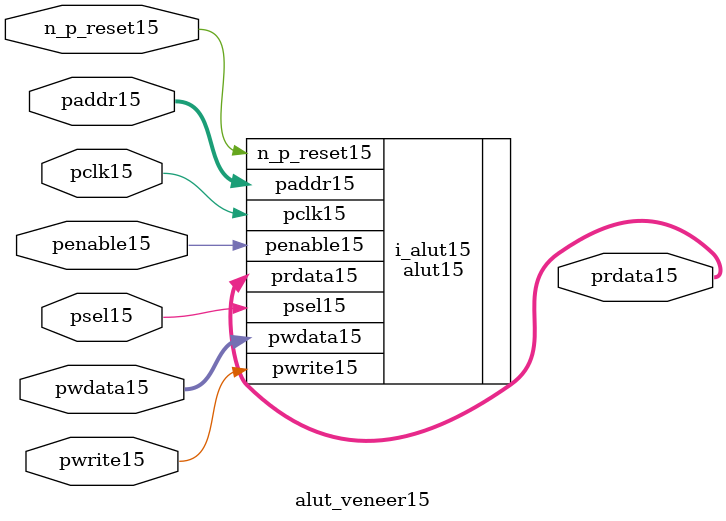
<source format=v>
module alut_veneer15
(   
   // Inputs15
   pclk15,
   n_p_reset15,
   psel15,            
   penable15,       
   pwrite15,         
   paddr15,           
   pwdata15,          

   // Outputs15
   prdata15  
);

   // APB15 Inputs15
   input             pclk15;               // APB15 clock15                          
   input             n_p_reset15;          // Reset15                              
   input             psel15;               // Module15 select15 signal15               
   input             penable15;            // Enable15 signal15                      
   input             pwrite15;             // Write when HIGH15 and read when LOW15  
   input [6:0]       paddr15;              // Address bus for read write         
   input [31:0]      pwdata15;             // APB15 write bus                      

   output [31:0]     prdata15;             // APB15 read bus                       


//-----------------------------------------------------------------------
//##############################################################################
// if the ALUT15 is NOT15 black15 boxed15 
//##############################################################################
`ifndef FV_KIT_BLACK_BOX_LUT15 


alut15 i_alut15 (
        //inputs15
        . n_p_reset15(n_p_reset15),
        . pclk15(pclk15),
        . psel15(psel15),
        . penable15(penable15),
        . pwrite15(pwrite15),
        . paddr15(paddr15[6:0]),
        . pwdata15(pwdata15),

        //outputs15
        . prdata15(prdata15)
);


`else 
//##############################################################################
// if the <module> is black15 boxed15 
//##############################################################################

   // APB15 Inputs15
   wire              pclk15;               // APB15 clock15                          
   wire              n_p_reset15;          // Reset15                              
   wire              psel15;               // Module15 select15 signal15               
   wire              penable15;            // Enable15 signal15                      
   wire              pwrite15;             // Write when HIGH15 and read when LOW15  
   wire  [6:0]       paddr15;              // Address bus for read write         
   wire  [31:0]      pwdata15;             // APB15 write bus                      

   reg   [31:0]      prdata15;             // APB15 read bus                       


`endif

endmodule

</source>
